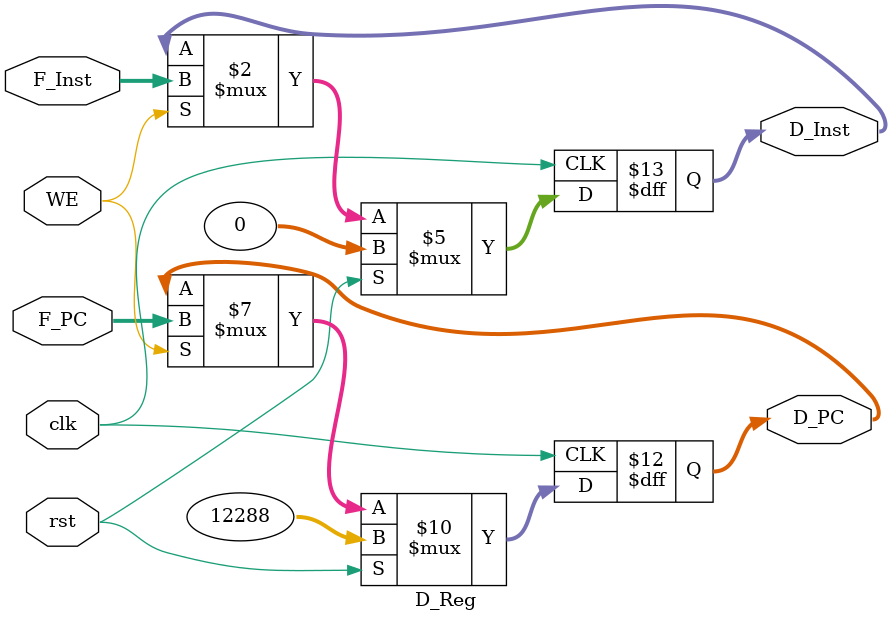
<source format=v>

module D_Reg (
    input wire        clk   ,
    input wire        rst   ,
    input wire        WE    ,
    input wire [31:0] F_PC   ,
    input wire [31:0] F_Inst ,
    output reg [31:0] D_PC   ,
    output reg [31:0] D_Inst 
);
    always @(posedge clk ) begin
        if (rst) begin
            D_PC   <= 32'h00003000;
            D_Inst <= 32'h00000000;
        end
        else if (WE) begin
            D_PC   <= F_PC;
            D_Inst <= F_Inst;
        end
    end  
endmodule
</source>
